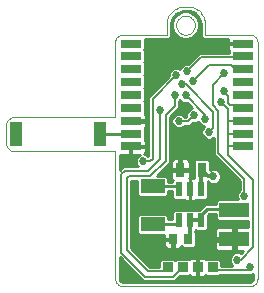
<source format=gbl>
G75*
%MOIN*%
%OFA0B0*%
%FSLAX24Y24*%
%IPPOS*%
%LPD*%
%AMOC8*
5,1,8,0,0,1.08239X$1,22.5*
%
%ADD10C,0.0000*%
%ADD11R,0.0394X0.0787*%
%ADD12R,0.0709X0.0276*%
%ADD13R,0.0709X0.0315*%
%ADD14R,0.1000X0.0500*%
%ADD15R,0.0320X0.0350*%
%ADD16R,0.0244X0.0480*%
%ADD17R,0.0276X0.0354*%
%ADD18R,0.0787X0.0472*%
%ADD19R,0.0315X0.0472*%
%ADD20C,0.0100*%
%ADD21C,0.0270*%
%ADD22C,0.0080*%
%ADD23C,0.0120*%
D10*
X006010Y006400D02*
X006010Y010650D01*
X002635Y010650D01*
X002605Y010652D01*
X002575Y010657D01*
X002546Y010666D01*
X002519Y010679D01*
X002493Y010694D01*
X002469Y010713D01*
X002448Y010734D01*
X002429Y010758D01*
X002414Y010784D01*
X002401Y010811D01*
X002392Y010840D01*
X002387Y010870D01*
X002385Y010900D01*
X002385Y011525D01*
X002387Y011555D01*
X002392Y011585D01*
X002401Y011614D01*
X002414Y011641D01*
X002429Y011667D01*
X002448Y011691D01*
X002469Y011712D01*
X002493Y011731D01*
X002519Y011746D01*
X002546Y011759D01*
X002575Y011768D01*
X002605Y011773D01*
X002635Y011775D01*
X006010Y011775D01*
X006010Y014275D01*
X006012Y014305D01*
X006017Y014335D01*
X006026Y014364D01*
X006039Y014391D01*
X006054Y014417D01*
X006073Y014441D01*
X006094Y014462D01*
X006118Y014481D01*
X006144Y014496D01*
X006171Y014509D01*
X006200Y014518D01*
X006230Y014523D01*
X006260Y014525D01*
X007728Y014525D01*
X007728Y014818D01*
X007729Y014818D02*
X007727Y014865D01*
X007729Y014912D01*
X007734Y014959D01*
X007744Y015005D01*
X007756Y015050D01*
X007773Y015094D01*
X007792Y015137D01*
X007815Y015178D01*
X007841Y015217D01*
X007871Y015254D01*
X007903Y015289D01*
X007937Y015321D01*
X007974Y015350D01*
X008013Y015376D01*
X008054Y015399D01*
X008097Y015418D01*
X008141Y015435D01*
X008186Y015447D01*
X008232Y015457D01*
X008279Y015462D01*
X008279Y015463D02*
X008415Y015463D01*
X008461Y015462D01*
X008506Y015458D01*
X008551Y015450D01*
X008595Y015439D01*
X008638Y015425D01*
X008680Y015407D01*
X008720Y015386D01*
X008759Y015361D01*
X008795Y015334D01*
X008829Y015304D01*
X008861Y015272D01*
X008890Y015237D01*
X008916Y015200D01*
X008940Y015161D01*
X008960Y015120D01*
X008977Y015078D01*
X008990Y015034D01*
X009000Y014990D01*
X009007Y014945D01*
X009010Y014900D01*
X009010Y014899D02*
X009010Y014525D01*
X010510Y014525D01*
X010540Y014523D01*
X010570Y014518D01*
X010599Y014509D01*
X010626Y014496D01*
X010652Y014481D01*
X010676Y014462D01*
X010697Y014441D01*
X010716Y014417D01*
X010731Y014391D01*
X010744Y014364D01*
X010753Y014335D01*
X010758Y014305D01*
X010760Y014275D01*
X010760Y006399D01*
X010758Y006369D01*
X010752Y006339D01*
X010743Y006310D01*
X010730Y006283D01*
X010715Y006257D01*
X010696Y006233D01*
X010674Y006212D01*
X010650Y006194D01*
X010625Y006178D01*
X010597Y006166D01*
X010568Y006157D01*
X010538Y006152D01*
X010508Y006150D01*
X006260Y006150D01*
X006230Y006152D01*
X006200Y006157D01*
X006171Y006166D01*
X006144Y006179D01*
X006118Y006194D01*
X006094Y006213D01*
X006073Y006234D01*
X006054Y006258D01*
X006039Y006284D01*
X006026Y006311D01*
X006017Y006340D01*
X006012Y006370D01*
X006010Y006400D01*
X008047Y014839D02*
X008049Y014874D01*
X008055Y014909D01*
X008065Y014942D01*
X008078Y014975D01*
X008095Y015006D01*
X008115Y015034D01*
X008139Y015060D01*
X008165Y015084D01*
X008193Y015104D01*
X008224Y015121D01*
X008257Y015134D01*
X008290Y015144D01*
X008325Y015150D01*
X008360Y015152D01*
X008395Y015150D01*
X008430Y015144D01*
X008463Y015134D01*
X008496Y015121D01*
X008527Y015104D01*
X008555Y015084D01*
X008581Y015060D01*
X008605Y015034D01*
X008625Y015006D01*
X008642Y014975D01*
X008655Y014942D01*
X008665Y014909D01*
X008671Y014874D01*
X008673Y014839D01*
X008671Y014804D01*
X008665Y014769D01*
X008655Y014736D01*
X008642Y014703D01*
X008625Y014672D01*
X008605Y014644D01*
X008581Y014618D01*
X008555Y014594D01*
X008527Y014574D01*
X008496Y014557D01*
X008463Y014544D01*
X008430Y014534D01*
X008395Y014528D01*
X008360Y014526D01*
X008325Y014528D01*
X008290Y014534D01*
X008257Y014544D01*
X008224Y014557D01*
X008193Y014574D01*
X008165Y014594D01*
X008139Y014618D01*
X008115Y014644D01*
X008095Y014672D01*
X008078Y014703D01*
X008065Y014736D01*
X008055Y014769D01*
X008049Y014804D01*
X008047Y014839D01*
D11*
X005510Y011211D03*
X002714Y011211D03*
D12*
X006528Y010807D03*
X006528Y014232D03*
X010268Y014232D03*
X010268Y010807D03*
D13*
X010268Y011220D03*
X010268Y011654D03*
X010268Y012087D03*
X010268Y012520D03*
X010268Y012953D03*
X010268Y013386D03*
X010268Y013819D03*
X006528Y013819D03*
X006528Y013386D03*
X006528Y012953D03*
X006528Y012520D03*
X006528Y012087D03*
X006528Y011654D03*
X006528Y011220D03*
D14*
X009978Y008681D03*
X009978Y007713D03*
D15*
X009260Y006775D03*
X008760Y006775D03*
X008260Y006775D03*
X007760Y006775D03*
D16*
X008135Y008337D03*
X008509Y008337D03*
X008883Y008341D03*
X008883Y009369D03*
X008509Y009369D03*
X008135Y009369D03*
D17*
X007941Y007713D03*
X008453Y007713D03*
D18*
X007260Y008208D03*
X007260Y009467D03*
D19*
X008186Y010025D03*
X008895Y010025D03*
D20*
X008628Y010307D02*
X008692Y010371D01*
X009098Y010371D01*
X009163Y010307D01*
X009163Y010018D01*
X009242Y010051D01*
X009339Y010051D01*
X009430Y010014D01*
X009498Y009945D01*
X009536Y009855D01*
X009536Y009758D01*
X009498Y009667D01*
X009430Y009599D01*
X009339Y009561D01*
X009242Y009561D01*
X009152Y009599D01*
X009115Y009636D01*
X009115Y009083D01*
X009050Y009019D01*
X008733Y009019D01*
X008723Y009009D01*
X008688Y008989D01*
X008650Y008979D01*
X008520Y008979D01*
X008520Y009358D01*
X008498Y009358D01*
X008498Y008979D01*
X008367Y008979D01*
X008329Y008989D01*
X008294Y009009D01*
X008284Y009019D01*
X007967Y009019D01*
X007902Y009083D01*
X007902Y009307D01*
X007763Y009307D01*
X007763Y009186D01*
X007699Y009121D01*
X006820Y009121D01*
X006756Y009186D01*
X006756Y009660D01*
X006551Y009660D01*
X006551Y007427D01*
X007178Y006800D01*
X007490Y006800D01*
X007490Y006996D01*
X007554Y007060D01*
X007965Y007060D01*
X008010Y007016D01*
X008054Y007060D01*
X008465Y007060D01*
X008481Y007044D01*
X008507Y007070D01*
X008542Y007090D01*
X008580Y007100D01*
X008730Y007100D01*
X008730Y006805D01*
X008790Y006805D01*
X008790Y007100D01*
X008939Y007100D01*
X008977Y007090D01*
X009012Y007070D01*
X009038Y007044D01*
X009054Y007060D01*
X009465Y007060D01*
X009530Y006996D01*
X009530Y006831D01*
X009919Y006831D01*
X009863Y006887D01*
X009826Y006978D01*
X009826Y007075D01*
X009863Y007165D01*
X009932Y007234D01*
X010022Y007271D01*
X010119Y007271D01*
X010197Y007239D01*
X010270Y007313D01*
X010028Y007313D01*
X010028Y007662D01*
X009928Y007662D01*
X009928Y007312D01*
X009459Y007313D01*
X009420Y007323D01*
X009386Y007342D01*
X009358Y007370D01*
X009338Y007405D01*
X009328Y007443D01*
X009328Y007663D01*
X009928Y007663D01*
X009928Y007762D01*
X009328Y007762D01*
X009328Y007982D01*
X009338Y008020D01*
X009358Y008055D01*
X009386Y008083D01*
X009420Y008102D01*
X009459Y008112D01*
X009928Y008112D01*
X009928Y007763D01*
X010028Y007763D01*
X010028Y008112D01*
X010453Y008112D01*
X010453Y008321D01*
X009433Y008321D01*
X009368Y008386D01*
X009368Y008553D01*
X009138Y008553D01*
X009115Y008529D01*
X009115Y008055D01*
X009050Y007991D01*
X008715Y007991D01*
X008698Y008008D01*
X008679Y007989D01*
X008679Y007957D01*
X008701Y007935D01*
X008701Y007490D01*
X008636Y007425D01*
X008270Y007425D01*
X008218Y007477D01*
X008199Y007443D01*
X008171Y007415D01*
X008137Y007396D01*
X008099Y007385D01*
X007960Y007385D01*
X007960Y007694D01*
X007922Y007694D01*
X007653Y007694D01*
X007653Y007516D01*
X007664Y007477D01*
X007683Y007443D01*
X007711Y007415D01*
X007745Y007396D01*
X007784Y007385D01*
X007922Y007385D01*
X007922Y007694D01*
X007922Y007731D01*
X007653Y007731D01*
X007653Y007861D01*
X006820Y007861D01*
X006756Y007926D01*
X006756Y008489D01*
X006820Y008554D01*
X007699Y008554D01*
X007763Y008489D01*
X007763Y008368D01*
X007902Y008368D01*
X007902Y008623D01*
X007967Y008687D01*
X008302Y008687D01*
X008322Y008668D01*
X008341Y008687D01*
X008676Y008687D01*
X008694Y008670D01*
X008715Y008691D01*
X008825Y008691D01*
X009006Y008872D01*
X009368Y008872D01*
X009368Y008977D01*
X009433Y009041D01*
X010102Y009041D01*
X010077Y009101D01*
X010077Y009199D01*
X010114Y009289D01*
X010172Y009346D01*
X010172Y009650D01*
X009385Y010438D01*
X009385Y010438D01*
X009297Y010525D01*
X009297Y011091D01*
X009273Y011067D01*
X009183Y011030D01*
X009086Y011030D01*
X008996Y011067D01*
X008927Y011136D01*
X008890Y011226D01*
X008890Y011324D01*
X008927Y011414D01*
X008982Y011469D01*
X008961Y011469D01*
X008871Y011506D01*
X008802Y011575D01*
X008778Y011633D01*
X008773Y011629D01*
X008683Y011591D01*
X008602Y011591D01*
X008510Y011500D01*
X008331Y011500D01*
X008273Y011442D01*
X008183Y011405D01*
X008086Y011405D01*
X007996Y011442D01*
X007927Y011511D01*
X007890Y011601D01*
X007890Y011699D01*
X007927Y011789D01*
X007996Y011858D01*
X008086Y011895D01*
X008183Y011895D01*
X008273Y011858D01*
X008331Y011800D01*
X008386Y011800D01*
X008390Y011803D01*
X008390Y011885D01*
X008427Y011975D01*
X008496Y012044D01*
X008578Y012078D01*
X008394Y012263D01*
X008312Y012263D01*
X008222Y012300D01*
X008177Y012345D01*
X008143Y012311D01*
X008143Y012072D01*
X008055Y011984D01*
X007847Y011775D01*
X007847Y010265D01*
X007759Y010177D01*
X007396Y009814D01*
X007699Y009814D01*
X007763Y009749D01*
X007763Y009627D01*
X007902Y009627D01*
X007902Y009654D01*
X007927Y009679D01*
X007909Y009697D01*
X007889Y009731D01*
X007879Y009769D01*
X007879Y009996D01*
X008158Y009996D01*
X008158Y010054D01*
X008158Y010411D01*
X008009Y010411D01*
X007971Y010401D01*
X007937Y010381D01*
X007909Y010353D01*
X007889Y010319D01*
X007879Y010281D01*
X007879Y010054D01*
X008158Y010054D01*
X008215Y010054D01*
X008215Y010411D01*
X008364Y010411D01*
X008402Y010401D01*
X008436Y010381D01*
X008464Y010353D01*
X008484Y010319D01*
X008494Y010281D01*
X008494Y010054D01*
X008215Y010054D01*
X008215Y009996D01*
X008494Y009996D01*
X008494Y009769D01*
X008491Y009759D01*
X008498Y009759D01*
X008498Y009380D01*
X008520Y009380D01*
X008520Y009759D01*
X008628Y009759D01*
X008628Y010307D01*
X008628Y010287D02*
X008492Y010287D01*
X008494Y010189D02*
X008628Y010189D01*
X008628Y010090D02*
X008494Y010090D01*
X008494Y009992D02*
X008628Y009992D01*
X008628Y009893D02*
X008494Y009893D01*
X008494Y009795D02*
X008628Y009795D01*
X008520Y009696D02*
X008498Y009696D01*
X008498Y009598D02*
X008520Y009598D01*
X008520Y009499D02*
X008498Y009499D01*
X008498Y009401D02*
X008520Y009401D01*
X008520Y009302D02*
X008498Y009302D01*
X008498Y009204D02*
X008520Y009204D01*
X008520Y009105D02*
X008498Y009105D01*
X008498Y009007D02*
X008520Y009007D01*
X008298Y009007D02*
X006551Y009007D01*
X006551Y009105D02*
X007902Y009105D01*
X007902Y009204D02*
X007763Y009204D01*
X007763Y009302D02*
X007902Y009302D01*
X008036Y009467D02*
X008135Y009369D01*
X008036Y009467D02*
X007260Y009467D01*
X007475Y009893D02*
X007879Y009893D01*
X007879Y009795D02*
X007718Y009795D01*
X007763Y009696D02*
X007910Y009696D01*
X007879Y009992D02*
X007574Y009992D01*
X007672Y010090D02*
X007879Y010090D01*
X007879Y010189D02*
X007771Y010189D01*
X007847Y010287D02*
X007881Y010287D01*
X007847Y010386D02*
X007944Y010386D01*
X007847Y010484D02*
X009338Y010484D01*
X009297Y010583D02*
X007847Y010583D01*
X007847Y010681D02*
X009297Y010681D01*
X009297Y010780D02*
X007847Y010780D01*
X007847Y010878D02*
X009297Y010878D01*
X009297Y010977D02*
X007847Y010977D01*
X007847Y011075D02*
X008988Y011075D01*
X008911Y011174D02*
X007847Y011174D01*
X007847Y011272D02*
X008890Y011272D01*
X008909Y011371D02*
X007847Y011371D01*
X007847Y011469D02*
X007969Y011469D01*
X007903Y011568D02*
X007847Y011568D01*
X007847Y011666D02*
X007890Y011666D01*
X007917Y011765D02*
X007847Y011765D01*
X007935Y011863D02*
X008009Y011863D01*
X008033Y011962D02*
X008421Y011962D01*
X008390Y011863D02*
X008260Y011863D01*
X008132Y012060D02*
X008535Y012060D01*
X008498Y012159D02*
X008143Y012159D01*
X008143Y012257D02*
X008399Y012257D01*
X008578Y011568D02*
X008809Y011568D01*
X008960Y011469D02*
X008300Y011469D01*
X008215Y010386D02*
X008158Y010386D01*
X008158Y010287D02*
X008215Y010287D01*
X008215Y010189D02*
X008158Y010189D01*
X008158Y010090D02*
X008215Y010090D01*
X008429Y010386D02*
X009437Y010386D01*
X009535Y010287D02*
X009163Y010287D01*
X009163Y010189D02*
X009634Y010189D01*
X009732Y010090D02*
X009163Y010090D01*
X009452Y009992D02*
X009831Y009992D01*
X009929Y009893D02*
X009520Y009893D01*
X009536Y009795D02*
X010028Y009795D01*
X010126Y009696D02*
X009510Y009696D01*
X009427Y009598D02*
X010172Y009598D01*
X010172Y009499D02*
X009115Y009499D01*
X009115Y009401D02*
X010172Y009401D01*
X010128Y009302D02*
X009115Y009302D01*
X009115Y009204D02*
X010079Y009204D01*
X010077Y009105D02*
X009115Y009105D01*
X009368Y008908D02*
X006551Y008908D01*
X006551Y008810D02*
X008943Y008810D01*
X008844Y008711D02*
X006551Y008711D01*
X006551Y008613D02*
X007902Y008613D01*
X007902Y008514D02*
X007739Y008514D01*
X007763Y008416D02*
X007902Y008416D01*
X008135Y008337D02*
X008135Y008208D01*
X007260Y008208D01*
X006756Y008219D02*
X006551Y008219D01*
X006551Y008317D02*
X006756Y008317D01*
X006756Y008416D02*
X006551Y008416D01*
X006551Y008514D02*
X006780Y008514D01*
X006756Y008120D02*
X006551Y008120D01*
X006551Y008022D02*
X006756Y008022D01*
X006759Y007923D02*
X006551Y007923D01*
X006551Y007825D02*
X007653Y007825D01*
X007653Y007628D02*
X006551Y007628D01*
X006551Y007726D02*
X007922Y007726D01*
X007922Y007628D02*
X007960Y007628D01*
X007960Y007529D02*
X007922Y007529D01*
X007922Y007431D02*
X007960Y007431D01*
X008186Y007431D02*
X008264Y007431D01*
X008453Y007713D02*
X008453Y007782D01*
X008509Y007782D01*
X008641Y007431D02*
X009332Y007431D01*
X009328Y007529D02*
X008701Y007529D01*
X008701Y007628D02*
X009328Y007628D01*
X009328Y007825D02*
X008701Y007825D01*
X008701Y007923D02*
X009328Y007923D01*
X009339Y008022D02*
X009081Y008022D01*
X009115Y008120D02*
X010453Y008120D01*
X010453Y008219D02*
X009115Y008219D01*
X009115Y008317D02*
X010453Y008317D01*
X010028Y008022D02*
X009928Y008022D01*
X009928Y007923D02*
X010028Y007923D01*
X010028Y007825D02*
X009928Y007825D01*
X009928Y007726D02*
X008701Y007726D01*
X008883Y008341D02*
X008885Y008343D01*
X008885Y008525D01*
X009072Y008713D01*
X009947Y008713D01*
X009978Y008681D01*
X010010Y008650D01*
X009947Y008713D02*
X009916Y008744D01*
X009398Y009007D02*
X008719Y009007D01*
X008883Y008492D02*
X008883Y008341D01*
X009115Y008416D02*
X009368Y008416D01*
X009368Y008514D02*
X009115Y008514D01*
X009115Y009598D02*
X009154Y009598D01*
X009281Y011075D02*
X009297Y011075D01*
X007800Y013144D02*
X006993Y013144D01*
X006993Y013156D02*
X006979Y013169D01*
X006993Y013183D01*
X006993Y013589D01*
X006979Y013602D01*
X006993Y013616D01*
X006993Y014022D01*
X006979Y014035D01*
X006993Y014049D01*
X006993Y014375D01*
X007790Y014375D01*
X007878Y014463D01*
X007878Y014763D01*
X007883Y014768D01*
X007878Y014824D01*
X007878Y014853D01*
X007880Y014918D01*
X007934Y015085D01*
X008048Y015218D01*
X008204Y015297D01*
X008288Y015313D01*
X008355Y015313D01*
X008357Y015311D01*
X008417Y015313D01*
X008420Y015313D01*
X008503Y015307D01*
X008659Y015247D01*
X008781Y015132D01*
X008849Y014979D01*
X008860Y014896D01*
X008860Y014463D01*
X008947Y014375D01*
X009764Y014375D01*
X009764Y014251D01*
X010249Y014251D01*
X010249Y014213D01*
X009764Y014213D01*
X009764Y014075D01*
X009774Y014037D01*
X009794Y014002D01*
X009804Y013992D01*
X009804Y013925D01*
X008822Y013925D01*
X008735Y013837D01*
X008446Y013549D01*
X008371Y013549D01*
X008281Y013511D01*
X008212Y013443D01*
X008192Y013395D01*
X008103Y013431D01*
X008006Y013431D01*
X007916Y013394D01*
X007847Y013325D01*
X007810Y013235D01*
X007810Y013153D01*
X007110Y012453D01*
X007110Y010490D01*
X007091Y010509D01*
X007001Y010546D01*
X006969Y010546D01*
X006975Y010549D01*
X007003Y010577D01*
X007022Y010611D01*
X007033Y010650D01*
X007033Y010788D01*
X006547Y010788D01*
X006547Y010519D01*
X006838Y010519D01*
X006813Y010509D01*
X006744Y010440D01*
X006707Y010350D01*
X006707Y010253D01*
X006744Y010162D01*
X006763Y010144D01*
X006277Y010144D01*
X006160Y010026D01*
X006160Y010519D01*
X006509Y010519D01*
X006509Y010788D01*
X006547Y010788D01*
X006547Y010826D01*
X007033Y010826D01*
X007033Y010965D01*
X007022Y011003D01*
X007003Y011037D01*
X006993Y011047D01*
X006993Y011394D01*
X007003Y011404D01*
X007022Y011438D01*
X007033Y011476D01*
X007033Y011625D01*
X006557Y011625D01*
X006557Y011682D01*
X007033Y011682D01*
X007033Y011831D01*
X007022Y011869D01*
X007003Y011903D01*
X006993Y011913D01*
X006993Y012290D01*
X006979Y012303D01*
X006993Y012317D01*
X006993Y012723D01*
X006979Y012736D01*
X006993Y012750D01*
X006993Y013156D01*
X006993Y013242D02*
X007812Y013242D01*
X007862Y013341D02*
X006993Y013341D01*
X006993Y013439D02*
X008210Y013439D01*
X008344Y013538D02*
X006993Y013538D01*
X006993Y013636D02*
X008533Y013636D01*
X008632Y013735D02*
X006993Y013735D01*
X006993Y013833D02*
X008730Y013833D01*
X008452Y014376D02*
X008621Y014447D01*
X008752Y014577D01*
X008822Y014747D01*
X008822Y014931D01*
X008752Y015101D01*
X008621Y015231D01*
X008452Y015301D01*
X008268Y015301D01*
X008098Y015231D01*
X007967Y015101D01*
X007897Y014931D01*
X007897Y014747D01*
X007967Y014577D01*
X008098Y014447D01*
X008268Y014376D01*
X008452Y014376D01*
X008567Y014424D02*
X008898Y014424D01*
X008860Y014523D02*
X008697Y014523D01*
X008770Y014621D02*
X008860Y014621D01*
X008860Y014720D02*
X008811Y014720D01*
X008822Y014818D02*
X008860Y014818D01*
X008857Y014917D02*
X008822Y014917D01*
X008833Y015015D02*
X008787Y015015D01*
X008789Y015114D02*
X008739Y015114D01*
X008696Y015212D02*
X008640Y015212D01*
X008448Y015311D02*
X008277Y015311D01*
X008079Y015212D02*
X008043Y015212D01*
X007980Y015114D02*
X007958Y015114D01*
X007932Y015015D02*
X007911Y015015D01*
X007897Y014917D02*
X007880Y014917D01*
X007879Y014818D02*
X007897Y014818D01*
X007908Y014720D02*
X007878Y014720D01*
X007878Y014621D02*
X007949Y014621D01*
X007878Y014523D02*
X008022Y014523D01*
X008152Y014424D02*
X007839Y014424D01*
X006993Y014326D02*
X009764Y014326D01*
X009764Y014129D02*
X006993Y014129D01*
X006993Y014227D02*
X010249Y014227D01*
X009804Y013932D02*
X006993Y013932D01*
X006984Y014030D02*
X009778Y014030D01*
X007701Y013045D02*
X006993Y013045D01*
X006993Y012947D02*
X007603Y012947D01*
X007504Y012848D02*
X006993Y012848D01*
X006992Y012750D02*
X007406Y012750D01*
X007307Y012651D02*
X006993Y012651D01*
X006993Y012553D02*
X007209Y012553D01*
X007110Y012454D02*
X006993Y012454D01*
X006993Y012356D02*
X007110Y012356D01*
X007110Y012257D02*
X006993Y012257D01*
X006993Y012159D02*
X007110Y012159D01*
X007110Y012060D02*
X006993Y012060D01*
X006993Y011962D02*
X007110Y011962D01*
X007110Y011863D02*
X007024Y011863D01*
X007033Y011765D02*
X007110Y011765D01*
X007110Y011666D02*
X006557Y011666D01*
X006519Y011211D02*
X005510Y011211D01*
X006160Y010484D02*
X006788Y010484D01*
X006722Y010386D02*
X006160Y010386D01*
X006160Y010287D02*
X006707Y010287D01*
X006734Y010189D02*
X006160Y010189D01*
X006160Y010090D02*
X006224Y010090D01*
X006509Y010583D02*
X006547Y010583D01*
X006547Y010681D02*
X006509Y010681D01*
X006509Y010780D02*
X006547Y010780D01*
X007006Y010583D02*
X007110Y010583D01*
X007110Y010681D02*
X007033Y010681D01*
X007033Y010780D02*
X007110Y010780D01*
X007110Y010878D02*
X007033Y010878D01*
X007029Y010977D02*
X007110Y010977D01*
X007110Y011075D02*
X006993Y011075D01*
X006993Y011174D02*
X007110Y011174D01*
X007110Y011272D02*
X006993Y011272D01*
X006993Y011371D02*
X007110Y011371D01*
X007110Y011469D02*
X007031Y011469D01*
X007033Y011568D02*
X007110Y011568D01*
X006756Y009598D02*
X006551Y009598D01*
X006551Y009499D02*
X006756Y009499D01*
X006756Y009401D02*
X006551Y009401D01*
X006551Y009302D02*
X006756Y009302D01*
X006756Y009204D02*
X006551Y009204D01*
X006551Y007529D02*
X007653Y007529D01*
X007696Y007431D02*
X006551Y007431D01*
X006646Y007332D02*
X009404Y007332D01*
X009489Y007037D02*
X009826Y007037D01*
X009842Y006938D02*
X009530Y006938D01*
X009530Y006840D02*
X009911Y006840D01*
X009851Y007135D02*
X006843Y007135D01*
X006941Y007037D02*
X007530Y007037D01*
X007490Y006938D02*
X007040Y006938D01*
X007138Y006840D02*
X007490Y006840D01*
X007989Y007037D02*
X008030Y007037D01*
X008187Y006490D02*
X008465Y006490D01*
X008481Y006506D01*
X008507Y006480D01*
X008542Y006460D01*
X008580Y006450D01*
X008730Y006450D01*
X008730Y006745D01*
X008790Y006745D01*
X008790Y006450D01*
X008939Y006450D01*
X008977Y006460D01*
X009012Y006480D01*
X009038Y006506D01*
X009054Y006490D01*
X009465Y006490D01*
X009506Y006531D01*
X010458Y006531D01*
X010461Y006530D01*
X010558Y006530D01*
X010610Y006551D01*
X010610Y006400D01*
X010606Y006374D01*
X010580Y006329D01*
X010534Y006303D01*
X010508Y006300D01*
X010446Y006300D01*
X006260Y006300D01*
X006234Y006303D01*
X006189Y006329D01*
X006163Y006374D01*
X006160Y006400D01*
X006160Y007107D01*
X006952Y006314D01*
X007077Y006314D01*
X008010Y006314D01*
X008098Y006402D01*
X008187Y006490D01*
X008142Y006446D02*
X010610Y006446D01*
X010610Y006544D02*
X010592Y006544D01*
X010590Y006347D02*
X008044Y006347D01*
X008730Y006544D02*
X008790Y006544D01*
X008790Y006643D02*
X008730Y006643D01*
X008730Y006741D02*
X008790Y006741D01*
X008790Y006840D02*
X008730Y006840D01*
X008730Y006938D02*
X008790Y006938D01*
X008790Y007037D02*
X008730Y007037D01*
X009932Y007234D02*
X006744Y007234D01*
X006427Y006840D02*
X006160Y006840D01*
X006160Y006938D02*
X006328Y006938D01*
X006230Y007037D02*
X006160Y007037D01*
X006160Y006741D02*
X006525Y006741D01*
X006624Y006643D02*
X006160Y006643D01*
X006160Y006544D02*
X006722Y006544D01*
X006821Y006446D02*
X006160Y006446D01*
X006179Y006347D02*
X006919Y006347D01*
X009928Y007332D02*
X010028Y007332D01*
X010028Y007431D02*
X009928Y007431D01*
X009928Y007529D02*
X010028Y007529D01*
X010028Y007628D02*
X009928Y007628D01*
X010446Y006300D02*
X010446Y006300D01*
X010508Y006300D02*
X010508Y006300D01*
D21*
X010356Y006411D03*
X010510Y006775D03*
X010071Y007026D03*
X009981Y006411D03*
X009606Y006411D03*
X009418Y007193D03*
X009168Y007505D03*
X008793Y007505D03*
X008793Y007880D03*
X009231Y008068D03*
X009231Y008443D03*
X009205Y008960D03*
X009291Y009806D03*
X009856Y009383D03*
X009793Y009133D03*
X010322Y009150D03*
X010075Y008195D03*
X008385Y010525D03*
X008010Y010900D03*
X008135Y011650D03*
X008635Y011836D03*
X009010Y011714D03*
X009135Y011275D03*
X008760Y010900D03*
X009541Y012275D03*
X009635Y012650D03*
X009647Y013243D03*
X009510Y014275D03*
X009135Y014275D03*
X008760Y014275D03*
X008385Y014275D03*
X008010Y014275D03*
X007635Y014275D03*
X007260Y014275D03*
X007135Y013900D03*
X008055Y013186D03*
X008238Y012875D03*
X008361Y012508D03*
X008606Y012998D03*
X008420Y013304D03*
X007993Y012508D03*
X007510Y012025D03*
X006952Y010301D03*
X006587Y010359D03*
X006275Y010265D03*
X006668Y009258D03*
X006668Y008883D03*
X006668Y008508D03*
X006668Y008133D03*
X006793Y007758D03*
X007168Y007758D03*
X007168Y007383D03*
X007168Y007008D03*
X006668Y006443D03*
X006293Y006443D03*
X006293Y006818D03*
D22*
X006217Y007261D02*
X006217Y009871D01*
X006340Y009994D01*
X007103Y009994D01*
X007510Y010400D01*
X007510Y012025D01*
X007697Y011838D02*
X007993Y012134D01*
X007993Y012508D01*
X008238Y012875D02*
X008361Y012875D01*
X009280Y011956D01*
X009280Y011589D01*
X009281Y011590D01*
X009281Y011406D01*
X009150Y011275D01*
X009135Y011275D01*
X009010Y011714D02*
X009010Y011859D01*
X008361Y012508D01*
X008606Y012998D02*
X008607Y012998D01*
X009135Y013525D01*
X009885Y013525D01*
X010010Y013400D01*
X010254Y013400D01*
X010268Y013386D01*
X010224Y013775D02*
X010268Y013819D01*
X010224Y013775D02*
X008885Y013775D01*
X008413Y013304D01*
X008420Y013304D01*
X008055Y013186D02*
X007260Y012391D01*
X007260Y010400D01*
X007161Y010301D01*
X006952Y010301D01*
X007180Y009810D02*
X007697Y010327D01*
X007697Y011838D01*
X008135Y011650D02*
X008448Y011650D01*
X008635Y011836D01*
X009260Y012181D02*
X009260Y012855D01*
X009647Y013243D01*
X009635Y012650D02*
X009791Y012494D01*
X009791Y012244D01*
X009853Y012181D01*
X010010Y012181D01*
X010104Y012087D01*
X010268Y012087D01*
X010268Y011654D02*
X010265Y011650D01*
X009760Y011650D01*
X009760Y012056D01*
X009541Y012275D01*
X009447Y011994D02*
X009260Y012181D01*
X009447Y011994D02*
X009447Y010588D01*
X010322Y009713D01*
X010322Y009150D01*
X010603Y009681D02*
X009760Y010525D01*
X009760Y010807D01*
X010268Y010807D01*
X010268Y011220D02*
X009760Y011220D01*
X009760Y011650D01*
X009760Y011220D02*
X009760Y010807D01*
X010603Y009681D02*
X010603Y007434D01*
X010196Y007026D01*
X010071Y007026D01*
X010416Y006681D02*
X009353Y006681D01*
X009260Y006775D01*
X008260Y006775D02*
X007948Y006464D01*
X007014Y006464D01*
X006217Y007261D01*
X006401Y007365D02*
X006401Y009749D01*
X006462Y009810D01*
X007180Y009810D01*
X006519Y011211D02*
X006528Y011220D01*
X006401Y007365D02*
X007116Y006650D01*
X007635Y006650D01*
X007760Y006775D01*
X010416Y006681D02*
X010510Y006775D01*
D23*
X008883Y008337D02*
X008883Y008341D01*
X008883Y008337D02*
X008509Y008337D01*
X008509Y007782D01*
X008883Y009369D02*
X008883Y010012D01*
X008895Y010025D01*
X009114Y009806D01*
X009291Y009806D01*
M02*

</source>
